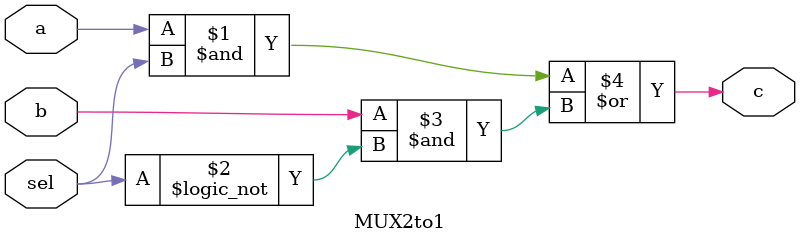
<source format=v>
module MUX2to1(a, b, sel, c);
input a, b, sel;
output c;

assign c = (a&sel) | (b&(!sel));

endmodule
</source>
